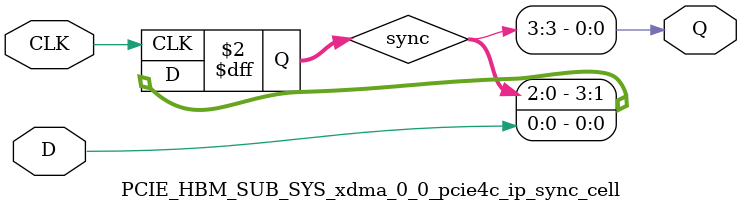
<source format=v>

`timescale 1ps / 1ps

(* DowngradeIPIdentifiedWarnings = "yes" *)
module PCIE_HBM_SUB_SYS_xdma_0_0_pcie4c_ip_sync_cell #
(
    parameter integer STAGE = 3
)
(
    //-------------------------------------------------------------------------- 
    //  Input Ports
    //-------------------------------------------------------------------------- 
    input                               CLK,
    input                               D,
    
    //-------------------------------------------------------------------------- 
    //  Output Ports
    //-------------------------------------------------------------------------- 
    output                              Q
);
    //-------------------------------------------------------------------------- 
    //  Synchronized Signals
    //--------------------------------------------------------------------------  
    (* ASYNC_REG = "TRUE", SHIFT_EXTRACT = "NO" *) reg [STAGE:0] sync;                                                            



//--------------------------------------------------------------------------------------------------
//  Synchronizier
//--------------------------------------------------------------------------------------------------
always @ (posedge CLK)
begin

    sync <= {sync[(STAGE-1):0], D};
            
end   



//--------------------------------------------------------------------------------------------------
//  Generate Output
//--------------------------------------------------------------------------------------------------
assign Q = sync[STAGE];



endmodule

</source>
